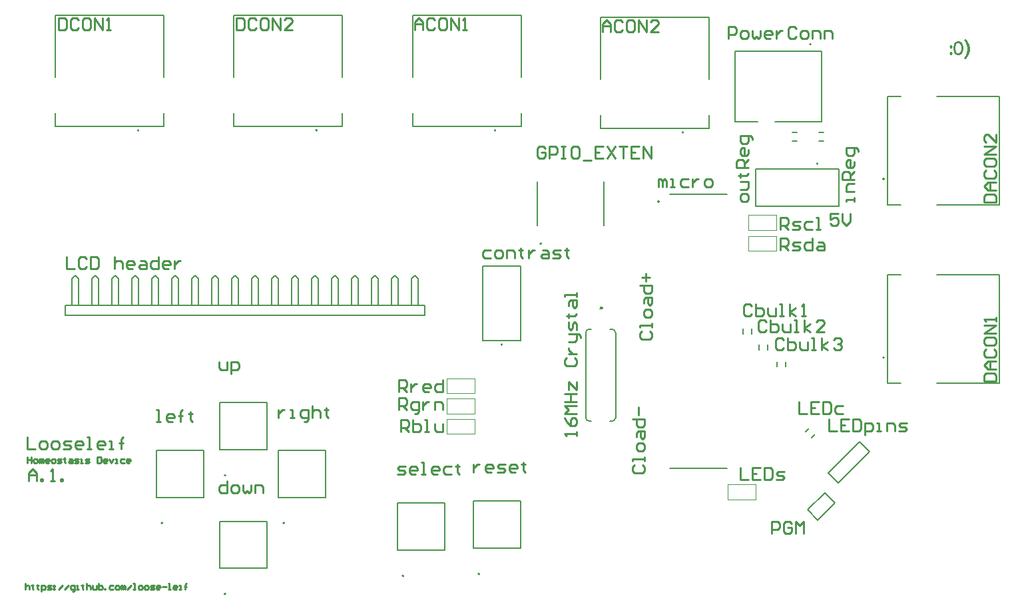
<source format=gto>
G04*
G04 #@! TF.GenerationSoftware,Altium Limited,Altium Designer,22.1.2 (22)*
G04*
G04 Layer_Color=65535*
%FSLAX25Y25*%
%MOIN*%
G70*
G04*
G04 #@! TF.SameCoordinates,2374D94A-E5D5-4E5D-BBDB-F5A8C7ADDA7F*
G04*
G04*
G04 #@! TF.FilePolarity,Positive*
G04*
G01*
G75*
%ADD10C,0.00787*%
%ADD11C,0.01575*%
%ADD12C,0.00500*%
%ADD13C,0.00400*%
%ADD14C,0.00591*%
%ADD15C,0.01000*%
D10*
X405839Y285277D02*
G03*
X405839Y285277I-394J0D01*
G01*
X112839Y69307D02*
G03*
X112839Y69307I-394J0D01*
G01*
X201980Y18941D02*
G03*
X201980Y18941I-394J0D01*
G01*
X142339Y45394D02*
G03*
X142339Y45394I-394J0D01*
G01*
X239980Y19941D02*
G03*
X239980Y19941I-394J0D01*
G01*
X329815Y206500D02*
G03*
X329815Y206500I-394J0D01*
G01*
X81339Y45394D02*
G03*
X81339Y45394I-394J0D01*
G01*
X270933Y185421D02*
G03*
X270933Y185421I-394J0D01*
G01*
X112839Y9894D02*
G03*
X112839Y9894I-394J0D01*
G01*
X158567Y242177D02*
G03*
X158567Y242177I-394J0D01*
G01*
X69304D02*
G03*
X69304Y242177I-394J0D01*
G01*
X442571Y217827D02*
G03*
X442571Y217827I-394J0D01*
G01*
Y128327D02*
G03*
X442571Y128327I-394J0D01*
G01*
X251394Y134831D02*
G03*
X251394Y134831I-394J0D01*
G01*
X342067Y241177D02*
G03*
X342067Y241177I-394J0D01*
G01*
X248067Y242177D02*
G03*
X248067Y242177I-394J0D01*
G01*
X409394Y225500D02*
G03*
X409394Y225500I-394J0D01*
G01*
X409264Y46989D02*
X417811Y55536D01*
X404253Y52000D02*
X409264Y46989D01*
X404253Y52000D02*
X412800Y60547D01*
X417811Y55536D01*
X419429Y65418D02*
X435047Y81036D01*
X414418Y70429D02*
X419429Y65418D01*
X414418Y70429D02*
X430036Y86047D01*
X435047Y81036D01*
X32500Y149500D02*
X205000D01*
X212500D01*
X35833Y154500D02*
Y167833D01*
X37500Y169500D01*
X39167Y167833D01*
Y154500D02*
Y167833D01*
X45833Y154500D02*
Y167833D01*
X47500Y169500D01*
X49167Y167833D01*
Y154500D02*
Y167833D01*
X55833Y154500D02*
Y167833D01*
X57500Y169500D01*
X59167Y167833D01*
Y154500D02*
Y167833D01*
X65833Y154500D02*
Y167833D01*
X67500Y169500D01*
X69167Y167833D01*
Y154500D02*
Y167833D01*
X75833Y154500D02*
Y167833D01*
X77500Y169500D01*
X79167Y167833D01*
Y154500D02*
Y167833D01*
X85833Y154500D02*
Y167833D01*
X87500Y169500D01*
X89167Y167833D01*
Y154500D02*
Y167833D01*
X95833Y154500D02*
Y167833D01*
X97500Y169500D01*
X99167Y167833D01*
Y154500D02*
Y167833D01*
X105833Y154500D02*
Y167833D01*
X107500Y169500D01*
X109167Y167833D01*
Y154500D02*
Y167833D01*
X115833Y154500D02*
Y167833D01*
X117500Y169500D01*
X119167Y167833D01*
Y154500D02*
Y167833D01*
X125833Y154500D02*
Y167833D01*
X127500Y169500D01*
X129167Y167833D01*
Y154500D02*
Y167833D01*
X135833Y154500D02*
Y167833D01*
X137500Y169500D01*
X139167Y167833D01*
Y154500D02*
Y167833D01*
X145833Y154500D02*
Y167833D01*
X147500Y169500D01*
X149167Y167833D01*
Y154500D02*
Y167833D01*
X155833Y154500D02*
Y167833D01*
X157500Y169500D01*
X159167Y167833D01*
Y154500D02*
Y167833D01*
X165833Y154500D02*
Y167833D01*
X167500Y169500D01*
X169167Y167833D01*
Y154500D02*
Y167833D01*
X175833Y154500D02*
Y167833D01*
X177500Y169500D01*
X179167Y167833D01*
Y154500D02*
Y167833D01*
X185833Y154500D02*
Y167833D01*
X187500Y169500D01*
X189167Y167833D01*
Y154500D02*
Y167833D01*
X195833Y154500D02*
Y167833D01*
X197500Y169500D01*
X199167Y167833D01*
Y154500D02*
Y167833D01*
X205833Y154500D02*
Y167833D01*
X207500Y169500D01*
X209167Y167833D01*
Y154500D02*
Y167833D01*
X32500Y149500D02*
Y154500D01*
X212500D01*
Y149500D02*
Y154500D01*
X116835Y244224D02*
X171165D01*
X116835Y299972D02*
X171165D01*
Y244224D02*
Y250760D01*
Y268831D02*
Y299972D01*
X116835Y244224D02*
Y250760D01*
Y268831D02*
Y299972D01*
X27572Y244224D02*
X81903D01*
X27572Y299972D02*
X81903D01*
Y244224D02*
Y250760D01*
Y268831D02*
Y299972D01*
X27572Y244224D02*
Y250760D01*
Y268831D02*
Y299972D01*
X444224Y204835D02*
Y259165D01*
X499972Y204835D02*
Y259165D01*
X444224Y204835D02*
X450760D01*
X468831D02*
X499972D01*
X444224Y259165D02*
X450760D01*
X468831D02*
X499972D01*
X444224Y115335D02*
Y169665D01*
X499972Y115335D02*
Y169665D01*
X444224Y115335D02*
X450760D01*
X468831D02*
X499972D01*
X444224Y169665D02*
X450760D01*
X468831D02*
X499972D01*
X300335Y243224D02*
X354665D01*
X300335Y298972D02*
X354665D01*
Y243224D02*
Y249760D01*
Y267831D02*
Y298972D01*
X300335Y243224D02*
Y249760D01*
Y267831D02*
Y298972D01*
X206335Y244224D02*
X260665D01*
X206335Y299972D02*
X260665D01*
Y244224D02*
Y250760D01*
Y268831D02*
Y299972D01*
X206335Y244224D02*
Y250760D01*
Y268831D02*
Y299972D01*
D11*
X300894Y153161D02*
G03*
X300894Y153161I-197J0D01*
G01*
D12*
X307980Y140760D02*
G03*
X306209Y142532I-1772J0D01*
G01*
X293020Y98240D02*
G03*
X294791Y96469I1772J0D01*
G01*
X306209D02*
G03*
X307980Y98240I0J1772D01*
G01*
X294791Y142532D02*
G03*
X293020Y140760I0J-1772D01*
G01*
X411154Y246497D02*
Y281930D01*
X387925Y246497D02*
X411154D01*
X367846D02*
X379264D01*
X367846D02*
Y281930D01*
X411154D01*
X307980Y98240D02*
Y140760D01*
X305224Y96469D02*
X306209D01*
X294791D02*
X295776D01*
X293020Y98240D02*
Y140760D01*
X294791Y142532D02*
X295776D01*
X305224D02*
X306209D01*
X109689Y82102D02*
Y105724D01*
Y82102D02*
X133311D01*
Y105724D01*
X109689D02*
X133311D01*
X198831Y31736D02*
Y55358D01*
Y31736D02*
X222453D01*
Y55358D01*
X198831D02*
X222453D01*
X139189Y58189D02*
Y81811D01*
Y58189D02*
X162811D01*
Y81811D01*
X139189D02*
X162811D01*
X236831Y32736D02*
Y56358D01*
Y32736D02*
X260453D01*
Y56358D01*
X236831D02*
X260453D01*
X335250Y210220D02*
X363750D01*
X335250Y72780D02*
X363750D01*
X78189Y58189D02*
Y81811D01*
Y58189D02*
X101811D01*
Y81811D01*
X78189D02*
X101811D01*
X268768Y194476D02*
Y216524D01*
X302232Y194476D02*
Y216524D01*
X109689Y22689D02*
Y46311D01*
Y22689D02*
X133311D01*
Y46311D01*
X109689D02*
X133311D01*
X241472Y136740D02*
Y174260D01*
X260488D01*
X241472Y136740D02*
X260488D01*
Y174260D01*
X419748Y204240D02*
Y222744D01*
X378252D02*
X419748D01*
X378252Y204240D02*
Y222744D01*
Y204240D02*
X419748D01*
D13*
X378000Y57300D02*
Y64700D01*
X364000Y57300D02*
X378000D01*
X364000D02*
Y64700D01*
X378000D01*
X374500Y189200D02*
X388500D01*
X374500Y181800D02*
Y189200D01*
Y181800D02*
X388500D01*
Y189200D01*
X374500Y199700D02*
X388500D01*
X374500Y192300D02*
Y199700D01*
Y192300D02*
X388500D01*
Y199700D01*
X223500Y117756D02*
X237500D01*
X223500Y110356D02*
Y117756D01*
Y110356D02*
X237500D01*
Y117756D01*
X223500Y107700D02*
X237500D01*
X223500Y100300D02*
Y107700D01*
Y100300D02*
X237500D01*
Y107700D01*
X223500Y97644D02*
X237500D01*
X223500Y90244D02*
Y97644D01*
Y90244D02*
X237500D01*
Y97644D01*
D14*
X403134Y91196D02*
X404804Y92866D01*
X406196Y88134D02*
X407866Y89804D01*
X396319Y241165D02*
X398681D01*
X396319Y236835D02*
X398681D01*
X409823D02*
X412185D01*
X409823Y241165D02*
X412185D01*
X388835Y123819D02*
Y126181D01*
X393165Y123819D02*
Y126181D01*
X379835Y132319D02*
Y134681D01*
X384165Y132319D02*
Y134681D01*
X371835Y140319D02*
Y142681D01*
X376165Y140319D02*
Y142681D01*
D15*
X374499Y207505D02*
Y209504D01*
X373500Y210504D01*
X371500D01*
X370501Y209504D01*
Y207505D01*
X371500Y206505D01*
X373500D01*
X374499Y207505D01*
X370501Y212503D02*
X373500D01*
X374499Y213503D01*
Y216502D01*
X370501D01*
X369501Y219501D02*
X370501D01*
Y218501D01*
Y220501D01*
Y219501D01*
X373500D01*
X374499Y220501D01*
Y223500D02*
X368501D01*
Y226499D01*
X369501Y227499D01*
X371500D01*
X372500Y226499D01*
Y223500D01*
Y225499D02*
X374499Y227499D01*
Y232497D02*
Y230498D01*
X373500Y229498D01*
X371500D01*
X370501Y230498D01*
Y232497D01*
X371500Y233497D01*
X372500D01*
Y229498D01*
X376499Y237495D02*
Y238495D01*
X375499Y239495D01*
X370501D01*
Y236496D01*
X371500Y235496D01*
X373500D01*
X374499Y236496D01*
Y239495D01*
X475786Y284499D02*
X475500Y284213D01*
X475786Y283927D01*
X476071Y284213D01*
X475786Y284499D01*
Y281071D02*
X475500Y280785D01*
X475786Y280500D01*
X476071Y280785D01*
X475786Y281071D01*
X479099Y286498D02*
X478242Y286213D01*
X477671Y285356D01*
X477385Y283927D01*
Y283070D01*
X477671Y281642D01*
X478242Y280785D01*
X479099Y280500D01*
X479670D01*
X480527Y280785D01*
X481099Y281642D01*
X481385Y283070D01*
Y283927D01*
X481099Y285356D01*
X480527Y286213D01*
X479670Y286498D01*
X479099D01*
X482727Y287641D02*
X483298Y287070D01*
X483870Y286213D01*
X484441Y285070D01*
X484727Y283642D01*
Y282499D01*
X484441Y281071D01*
X483870Y279928D01*
X483298Y279071D01*
X482727Y278500D01*
X483298Y287070D02*
X483870Y285927D01*
X484155Y285070D01*
X484441Y283642D01*
Y282499D01*
X484155Y281071D01*
X483870Y280214D01*
X483298Y279071D01*
X370504Y72999D02*
Y67001D01*
X374502D01*
X380500Y72999D02*
X376502D01*
Y67001D01*
X380500D01*
X376502Y70000D02*
X378501D01*
X382500Y72999D02*
Y67001D01*
X385499D01*
X386498Y68001D01*
Y71999D01*
X385499Y72999D01*
X382500D01*
X388498Y67001D02*
X391497D01*
X392496Y68001D01*
X391497Y69000D01*
X389497D01*
X388498Y70000D01*
X389497Y71000D01*
X392496D01*
X12500Y14999D02*
Y12000D01*
Y13499D01*
X13000Y13999D01*
X13999D01*
X14499Y13499D01*
Y12000D01*
X15999Y14499D02*
Y13999D01*
X15499D01*
X16499D01*
X15999D01*
Y12500D01*
X16499Y12000D01*
X18498Y14499D02*
Y13999D01*
X17998D01*
X18998D01*
X18498D01*
Y12500D01*
X18998Y12000D01*
X20497Y11000D02*
Y13999D01*
X21997D01*
X22497Y13499D01*
Y12500D01*
X21997Y12000D01*
X20497D01*
X23496D02*
X24996D01*
X25496Y12500D01*
X24996Y12999D01*
X23996D01*
X23496Y13499D01*
X23996Y13999D01*
X25496D01*
X26496D02*
X26995D01*
Y13499D01*
X26496D01*
Y13999D01*
Y12500D02*
X26995D01*
Y12000D01*
X26496D01*
Y12500D01*
X28995Y12000D02*
X30994Y13999D01*
X31994Y12000D02*
X33993Y13999D01*
X35992Y11000D02*
X36492D01*
X36992Y11500D01*
Y13999D01*
X35493D01*
X34993Y13499D01*
Y12500D01*
X35493Y12000D01*
X36992D01*
X37992D02*
X38991D01*
X38492D01*
Y13999D01*
X37992D01*
X40991Y14499D02*
Y13999D01*
X40491D01*
X41491D01*
X40991D01*
Y12500D01*
X41491Y12000D01*
X42990Y14999D02*
Y12000D01*
Y13499D01*
X43490Y13999D01*
X44490D01*
X44989Y13499D01*
Y12000D01*
X45989Y13999D02*
Y12500D01*
X46489Y12000D01*
X47989D01*
Y13999D01*
X48988Y14999D02*
Y12000D01*
X50488D01*
X50987Y12500D01*
Y12999D01*
Y13499D01*
X50488Y13999D01*
X48988D01*
X51987Y12000D02*
Y12500D01*
X52487D01*
Y12000D01*
X51987D01*
X56486Y13999D02*
X54986D01*
X54486Y13499D01*
Y12500D01*
X54986Y12000D01*
X56486D01*
X57985D02*
X58985D01*
X59485Y12500D01*
Y13499D01*
X58985Y13999D01*
X57985D01*
X57485Y13499D01*
Y12500D01*
X57985Y12000D01*
X60484D02*
Y13999D01*
X60984D01*
X61484Y13499D01*
Y12000D01*
Y13499D01*
X61984Y13999D01*
X62484Y13499D01*
Y12000D01*
X63484D02*
X65483Y13999D01*
X66483Y12000D02*
X67482D01*
X66982D01*
Y14999D01*
X66483D01*
X69482Y12000D02*
X70481D01*
X70981Y12500D01*
Y13499D01*
X70481Y13999D01*
X69482D01*
X68982Y13499D01*
Y12500D01*
X69482Y12000D01*
X72481D02*
X73480D01*
X73980Y12500D01*
Y13499D01*
X73480Y13999D01*
X72481D01*
X71981Y13499D01*
Y12500D01*
X72481Y12000D01*
X74980D02*
X76479D01*
X76979Y12500D01*
X76479Y12999D01*
X75480D01*
X74980Y13499D01*
X75480Y13999D01*
X76979D01*
X79478Y12000D02*
X78479D01*
X77979Y12500D01*
Y13499D01*
X78479Y13999D01*
X79478D01*
X79978Y13499D01*
Y12999D01*
X77979D01*
X80978Y13499D02*
X82977D01*
X83977Y12000D02*
X84977D01*
X84477D01*
Y14999D01*
X83977D01*
X87976Y12000D02*
X86976D01*
X86476Y12500D01*
Y13499D01*
X86976Y13999D01*
X87976D01*
X88475Y13499D01*
Y12999D01*
X86476D01*
X89475Y12000D02*
X90475D01*
X89975D01*
Y13999D01*
X89475D01*
X92474Y12000D02*
Y14499D01*
Y13499D01*
X91974D01*
X92974D01*
X92474D01*
Y14499D01*
X92974Y14999D01*
X14000Y66500D02*
Y70499D01*
X15999Y72498D01*
X17999Y70499D01*
Y66500D01*
Y69499D01*
X14000D01*
X19998Y66500D02*
Y67500D01*
X20998D01*
Y66500D01*
X19998D01*
X24996D02*
X26996D01*
X25996D01*
Y72498D01*
X24996Y71498D01*
X29995Y66500D02*
Y67500D01*
X30994D01*
Y66500D01*
X29995D01*
X13500Y78499D02*
Y75500D01*
Y76999D01*
X15499D01*
Y78499D01*
Y75500D01*
X16999D02*
X17999D01*
X18498Y76000D01*
Y76999D01*
X17999Y77499D01*
X16999D01*
X16499Y76999D01*
Y76000D01*
X16999Y75500D01*
X19498D02*
Y77499D01*
X19998D01*
X20498Y76999D01*
Y75500D01*
Y76999D01*
X20998Y77499D01*
X21497Y76999D01*
Y75500D01*
X23997D02*
X22997D01*
X22497Y76000D01*
Y76999D01*
X22997Y77499D01*
X23997D01*
X24496Y76999D01*
Y76500D01*
X22497D01*
X25996Y75500D02*
X26996D01*
X27496Y76000D01*
Y76999D01*
X26996Y77499D01*
X25996D01*
X25496Y76999D01*
Y76000D01*
X25996Y75500D01*
X28495D02*
X29995D01*
X30494Y76000D01*
X29995Y76500D01*
X28995D01*
X28495Y76999D01*
X28995Y77499D01*
X30494D01*
X31994Y77999D02*
Y77499D01*
X31494D01*
X32494D01*
X31994D01*
Y76000D01*
X32494Y75500D01*
X34493Y77499D02*
X35493D01*
X35993Y76999D01*
Y75500D01*
X34493D01*
X33993Y76000D01*
X34493Y76500D01*
X35993D01*
X36992Y75500D02*
X38492D01*
X38992Y76000D01*
X38492Y76500D01*
X37492D01*
X36992Y76999D01*
X37492Y77499D01*
X38992D01*
X39991Y75500D02*
X40991D01*
X40491D01*
Y77499D01*
X39991D01*
X42491Y75500D02*
X43990D01*
X44490Y76000D01*
X43990Y76500D01*
X42990D01*
X42491Y76999D01*
X42990Y77499D01*
X44490D01*
X48489Y78499D02*
Y75500D01*
X49988D01*
X50488Y76000D01*
Y77999D01*
X49988Y78499D01*
X48489D01*
X52987Y75500D02*
X51987D01*
X51488Y76000D01*
Y76999D01*
X51987Y77499D01*
X52987D01*
X53487Y76999D01*
Y76500D01*
X51488D01*
X54487Y77499D02*
X55486Y75500D01*
X56486Y77499D01*
X57486Y75500D02*
X58486D01*
X57986D01*
Y77499D01*
X57486D01*
X61984D02*
X60485D01*
X59985Y76999D01*
Y76000D01*
X60485Y75500D01*
X61984D01*
X64483D02*
X63484D01*
X62984Y76000D01*
Y76999D01*
X63484Y77499D01*
X64483D01*
X64983Y76999D01*
Y76500D01*
X62984D01*
X13500Y88498D02*
Y82500D01*
X17499D01*
X20498D02*
X22497D01*
X23497Y83500D01*
Y85499D01*
X22497Y86499D01*
X20498D01*
X19498Y85499D01*
Y83500D01*
X20498Y82500D01*
X26496D02*
X28495D01*
X29495Y83500D01*
Y85499D01*
X28495Y86499D01*
X26496D01*
X25496Y85499D01*
Y83500D01*
X26496Y82500D01*
X31494D02*
X34493D01*
X35493Y83500D01*
X34493Y84499D01*
X32494D01*
X31494Y85499D01*
X32494Y86499D01*
X35493D01*
X40491Y82500D02*
X38492D01*
X37492Y83500D01*
Y85499D01*
X38492Y86499D01*
X40491D01*
X41491Y85499D01*
Y84499D01*
X37492D01*
X43490Y82500D02*
X45490D01*
X44490D01*
Y88498D01*
X43490D01*
X51488Y82500D02*
X49488D01*
X48489Y83500D01*
Y85499D01*
X49488Y86499D01*
X51488D01*
X52487Y85499D01*
Y84499D01*
X48489D01*
X54487Y82500D02*
X56486D01*
X55486D01*
Y86499D01*
X54487D01*
X60485Y82500D02*
Y87498D01*
Y85499D01*
X59485D01*
X61484D01*
X60485D01*
Y87498D01*
X61484Y88498D01*
X399800Y106198D02*
Y100200D01*
X403799D01*
X409797Y106198D02*
X405798D01*
Y100200D01*
X409797D01*
X405798Y103199D02*
X407797D01*
X411796Y106198D02*
Y100200D01*
X414795D01*
X415795Y101200D01*
Y105198D01*
X414795Y106198D01*
X411796D01*
X421793Y104199D02*
X418794D01*
X417794Y103199D01*
Y101200D01*
X418794Y100200D01*
X421793D01*
X414900Y97598D02*
Y91600D01*
X418899D01*
X424897Y97598D02*
X420898D01*
Y91600D01*
X424897D01*
X420898Y94599D02*
X422897D01*
X426896Y97598D02*
Y91600D01*
X429895D01*
X430895Y92600D01*
Y96598D01*
X429895Y97598D01*
X426896D01*
X432894Y89601D02*
Y95599D01*
X435893D01*
X436893Y94599D01*
Y92600D01*
X435893Y91600D01*
X432894D01*
X438892D02*
X440892D01*
X439892D01*
Y95599D01*
X438892D01*
X443891Y91600D02*
Y95599D01*
X446890D01*
X447889Y94599D01*
Y91600D01*
X449889D02*
X452888D01*
X453887Y92600D01*
X452888Y93599D01*
X450888D01*
X449889Y94599D01*
X450888Y95599D01*
X453887D01*
X364508Y288001D02*
Y293999D01*
X367507D01*
X368507Y292999D01*
Y291000D01*
X367507Y290000D01*
X364508D01*
X371506Y288001D02*
X373505D01*
X374505Y289001D01*
Y291000D01*
X373505Y292000D01*
X371506D01*
X370507Y291000D01*
Y289001D01*
X371506Y288001D01*
X376504Y292000D02*
Y289001D01*
X377504Y288001D01*
X378504Y289001D01*
X379504Y288001D01*
X380503Y289001D01*
Y292000D01*
X385502Y288001D02*
X383502D01*
X382503Y289001D01*
Y291000D01*
X383502Y292000D01*
X385502D01*
X386501Y291000D01*
Y290000D01*
X382503D01*
X388501Y292000D02*
Y288001D01*
Y290000D01*
X389500Y291000D01*
X390500Y292000D01*
X391500D01*
X398497Y292999D02*
X397498Y293999D01*
X395498D01*
X394499Y292999D01*
Y289001D01*
X395498Y288001D01*
X397498D01*
X398497Y289001D01*
X401497Y288001D02*
X403496D01*
X404495Y289001D01*
Y291000D01*
X403496Y292000D01*
X401497D01*
X400497Y291000D01*
Y289001D01*
X401497Y288001D01*
X406495D02*
Y292000D01*
X409494D01*
X410494Y291000D01*
Y288001D01*
X412493D02*
Y292000D01*
X415492D01*
X416492Y291000D01*
Y288001D01*
X109600Y125999D02*
Y123000D01*
X110600Y122000D01*
X113599D01*
Y125999D01*
X115598Y120001D02*
Y125999D01*
X118597D01*
X119597Y124999D01*
Y123000D01*
X118597Y122000D01*
X115598D01*
X198700Y69700D02*
X201699D01*
X202699Y70700D01*
X201699Y71699D01*
X199700D01*
X198700Y72699D01*
X199700Y73699D01*
X202699D01*
X207697Y69700D02*
X205698D01*
X204698Y70700D01*
Y72699D01*
X205698Y73699D01*
X207697D01*
X208697Y72699D01*
Y71699D01*
X204698D01*
X210696Y69700D02*
X212696D01*
X211696D01*
Y75698D01*
X210696D01*
X218693Y69700D02*
X216694D01*
X215694Y70700D01*
Y72699D01*
X216694Y73699D01*
X218693D01*
X219693Y72699D01*
Y71699D01*
X215694D01*
X225691Y73699D02*
X222692D01*
X221693Y72699D01*
Y70700D01*
X222692Y69700D01*
X225691D01*
X228690Y74698D02*
Y73699D01*
X227691D01*
X229690D01*
X228690D01*
Y70700D01*
X229690Y69700D01*
X390504Y182001D02*
Y187999D01*
X393503D01*
X394502Y186999D01*
Y185000D01*
X393503Y184000D01*
X390504D01*
X392503D02*
X394502Y182001D01*
X396502D02*
X399501D01*
X400500Y183001D01*
X399501Y184000D01*
X397501D01*
X396502Y185000D01*
X397501Y186000D01*
X400500D01*
X406498Y187999D02*
Y182001D01*
X403499D01*
X402500Y183001D01*
Y185000D01*
X403499Y186000D01*
X406498D01*
X409497D02*
X411497D01*
X412497Y185000D01*
Y182001D01*
X409497D01*
X408498Y183001D01*
X409497Y184000D01*
X412497D01*
X390503Y192501D02*
Y198499D01*
X393502D01*
X394502Y197499D01*
Y195500D01*
X393502Y194500D01*
X390503D01*
X392503D02*
X394502Y192501D01*
X396501D02*
X399500D01*
X400500Y193501D01*
X399500Y194500D01*
X397501D01*
X396501Y195500D01*
X397501Y196500D01*
X400500D01*
X406498D02*
X403499D01*
X402499Y195500D01*
Y193501D01*
X403499Y192501D01*
X406498D01*
X408497D02*
X410497D01*
X409497D01*
Y198499D01*
X408497D01*
X199504Y111001D02*
Y116999D01*
X202503D01*
X203502Y115999D01*
Y114000D01*
X202503Y113000D01*
X199504D01*
X201503D02*
X203502Y111001D01*
X205502Y115000D02*
Y111001D01*
Y113000D01*
X206501Y114000D01*
X207501Y115000D01*
X208501D01*
X214499Y111001D02*
X212499D01*
X211500Y112001D01*
Y114000D01*
X212499Y115000D01*
X214499D01*
X215498Y114000D01*
Y113000D01*
X211500D01*
X221497Y116999D02*
Y111001D01*
X218497D01*
X217498Y112001D01*
Y114000D01*
X218497Y115000D01*
X221497D01*
X139100Y102099D02*
Y98100D01*
Y100099D01*
X140100Y101099D01*
X141099Y102099D01*
X142099D01*
X145098Y98100D02*
X147097D01*
X146098D01*
Y102099D01*
X145098D01*
X152096Y96101D02*
X153095D01*
X154095Y97100D01*
Y102099D01*
X151096D01*
X150096Y101099D01*
Y99100D01*
X151096Y98100D01*
X154095D01*
X156095Y104098D02*
Y98100D01*
Y101099D01*
X157094Y102099D01*
X159093D01*
X160093Y101099D01*
Y98100D01*
X163092Y103098D02*
Y102099D01*
X162093D01*
X164092D01*
X163092D01*
Y99100D01*
X164092Y98100D01*
X199504Y102001D02*
Y107999D01*
X202503D01*
X203502Y106999D01*
Y105000D01*
X202503Y104000D01*
X199504D01*
X201503D02*
X203502Y102001D01*
X207501Y100001D02*
X208501D01*
X209500Y101001D01*
Y105999D01*
X206501D01*
X205502Y105000D01*
Y103000D01*
X206501Y102001D01*
X209500D01*
X211500Y105999D02*
Y102001D01*
Y104000D01*
X212499Y105000D01*
X213499Y105999D01*
X214499D01*
X217498Y102001D02*
Y105999D01*
X220497D01*
X221497Y105000D01*
Y102001D01*
X236700Y74699D02*
Y70700D01*
Y72699D01*
X237700Y73699D01*
X238699Y74699D01*
X239699D01*
X245697Y70700D02*
X243698D01*
X242698Y71700D01*
Y73699D01*
X243698Y74699D01*
X245697D01*
X246697Y73699D01*
Y72699D01*
X242698D01*
X248696Y70700D02*
X251695D01*
X252695Y71700D01*
X251695Y72699D01*
X249696D01*
X248696Y73699D01*
X249696Y74699D01*
X252695D01*
X257693Y70700D02*
X255694D01*
X254694Y71700D01*
Y73699D01*
X255694Y74699D01*
X257693D01*
X258693Y73699D01*
Y72699D01*
X254694D01*
X261692Y75698D02*
Y74699D01*
X260692D01*
X262692D01*
X261692D01*
Y71700D01*
X262692Y70700D01*
X200503Y91001D02*
Y96999D01*
X203502D01*
X204502Y95999D01*
Y94000D01*
X203502Y93000D01*
X200503D01*
X202503D02*
X204502Y91001D01*
X206502Y96999D02*
Y91001D01*
X209501D01*
X210500Y92001D01*
Y93000D01*
Y94000D01*
X209501Y95000D01*
X206502D01*
X212499Y91001D02*
X214499D01*
X213499D01*
Y96999D01*
X212499D01*
X217498Y95000D02*
Y92001D01*
X218498Y91001D01*
X221497D01*
Y95000D01*
X386003Y40001D02*
Y45999D01*
X389002D01*
X390001Y44999D01*
Y43000D01*
X389002Y42000D01*
X386003D01*
X395999Y44999D02*
X395000Y45999D01*
X393000D01*
X392001Y44999D01*
Y41001D01*
X393000Y40001D01*
X395000D01*
X395999Y41001D01*
Y43000D01*
X394000D01*
X397999Y40001D02*
Y45999D01*
X399998Y44000D01*
X401997Y45999D01*
Y40001D01*
X329600Y213800D02*
Y217799D01*
X330600D01*
X331599Y216799D01*
Y213800D01*
Y216799D01*
X332599Y217799D01*
X333599Y216799D01*
Y213800D01*
X335598D02*
X337597D01*
X336598D01*
Y217799D01*
X335598D01*
X344595D02*
X341596D01*
X340596Y216799D01*
Y214800D01*
X341596Y213800D01*
X344595D01*
X346595Y217799D02*
Y213800D01*
Y215799D01*
X347594Y216799D01*
X348594Y217799D01*
X349593D01*
X353592Y213800D02*
X355592D01*
X356591Y214800D01*
Y216799D01*
X355592Y217799D01*
X353592D01*
X352593Y216799D01*
Y214800D01*
X353592Y213800D01*
X78100Y96100D02*
X80099D01*
X79100D01*
Y102098D01*
X78100D01*
X86097Y96100D02*
X84098D01*
X83098Y97100D01*
Y99099D01*
X84098Y100099D01*
X86097D01*
X87097Y99099D01*
Y98099D01*
X83098D01*
X90096Y96100D02*
Y101098D01*
Y99099D01*
X89096D01*
X91096D01*
X90096D01*
Y101098D01*
X91096Y102098D01*
X95095Y101098D02*
Y100099D01*
X94095D01*
X96094D01*
X95095D01*
Y97100D01*
X96094Y96100D01*
X33100Y178898D02*
Y172900D01*
X37099D01*
X43097Y177898D02*
X42097Y178898D01*
X40098D01*
X39098Y177898D01*
Y173900D01*
X40098Y172900D01*
X42097D01*
X43097Y173900D01*
X45096Y178898D02*
Y172900D01*
X48095D01*
X49095Y173900D01*
Y177898D01*
X48095Y178898D01*
X45096D01*
X57092D02*
Y172900D01*
Y175899D01*
X58092Y176899D01*
X60091D01*
X61091Y175899D01*
Y172900D01*
X66089D02*
X64090D01*
X63090Y173900D01*
Y175899D01*
X64090Y176899D01*
X66089D01*
X67089Y175899D01*
Y174899D01*
X63090D01*
X70088Y176899D02*
X72087D01*
X73087Y175899D01*
Y172900D01*
X70088D01*
X69088Y173900D01*
X70088Y174899D01*
X73087D01*
X79085Y178898D02*
Y172900D01*
X76086D01*
X75086Y173900D01*
Y175899D01*
X76086Y176899D01*
X79085D01*
X84083Y172900D02*
X82084D01*
X81085Y173900D01*
Y175899D01*
X82084Y176899D01*
X84083D01*
X85083Y175899D01*
Y174899D01*
X81085D01*
X87082Y176899D02*
Y172900D01*
Y174899D01*
X88082Y175899D01*
X89082Y176899D01*
X90082D01*
X427499Y206504D02*
Y208504D01*
Y207504D01*
X423501D01*
Y206504D01*
X427499Y211503D02*
X423501D01*
Y214502D01*
X424500Y215501D01*
X427499D01*
Y217501D02*
X421501D01*
Y220500D01*
X422501Y221499D01*
X424500D01*
X425500Y220500D01*
Y217501D01*
Y219500D02*
X427499Y221499D01*
Y226498D02*
Y224499D01*
X426500Y223499D01*
X424500D01*
X423501Y224499D01*
Y226498D01*
X424500Y227498D01*
X425500D01*
Y223499D01*
X429499Y231496D02*
Y232496D01*
X428499Y233496D01*
X423501D01*
Y230497D01*
X424500Y229497D01*
X426500D01*
X427499Y230497D01*
Y233496D01*
X272699Y233098D02*
X271699Y234098D01*
X269700D01*
X268700Y233098D01*
Y229100D01*
X269700Y228100D01*
X271699D01*
X272699Y229100D01*
Y231099D01*
X270699D01*
X274698Y228100D02*
Y234098D01*
X277697D01*
X278697Y233098D01*
Y231099D01*
X277697Y230099D01*
X274698D01*
X280696Y234098D02*
X282696D01*
X281696D01*
Y228100D01*
X280696D01*
X282696D01*
X288693Y234098D02*
X286694D01*
X285695Y233098D01*
Y229100D01*
X286694Y228100D01*
X288693D01*
X289693Y229100D01*
Y233098D01*
X288693Y234098D01*
X291693Y227100D02*
X295691D01*
X301689Y234098D02*
X297691D01*
Y228100D01*
X301689D01*
X297691Y231099D02*
X299690D01*
X303689Y234098D02*
X307687Y228100D01*
Y234098D02*
X303689Y228100D01*
X309687Y234098D02*
X313685D01*
X311686D01*
Y228100D01*
X319684Y234098D02*
X315685D01*
Y228100D01*
X319684D01*
X315685Y231099D02*
X317684D01*
X321683Y228100D02*
Y234098D01*
X325682Y228100D01*
Y234098D01*
X113599Y66598D02*
Y60600D01*
X110600D01*
X109600Y61600D01*
Y63599D01*
X110600Y64599D01*
X113599D01*
X116598Y60600D02*
X118597D01*
X119597Y61600D01*
Y63599D01*
X118597Y64599D01*
X116598D01*
X115598Y63599D01*
Y61600D01*
X116598Y60600D01*
X121596Y64599D02*
Y61600D01*
X122596Y60600D01*
X123595Y61600D01*
X124595Y60600D01*
X125595Y61600D01*
Y64599D01*
X127594Y60600D02*
Y64599D01*
X130593D01*
X131593Y63599D01*
Y60600D01*
X118005Y298499D02*
Y292501D01*
X121004D01*
X122003Y293501D01*
Y297499D01*
X121004Y298499D01*
X118005D01*
X128001Y297499D02*
X127002Y298499D01*
X125002D01*
X124003Y297499D01*
Y293501D01*
X125002Y292501D01*
X127002D01*
X128001Y293501D01*
X133000Y298499D02*
X131000D01*
X130001Y297499D01*
Y293501D01*
X131000Y292501D01*
X133000D01*
X133999Y293501D01*
Y297499D01*
X133000Y298499D01*
X135999Y292501D02*
Y298499D01*
X139997Y292501D01*
Y298499D01*
X145995Y292501D02*
X141997D01*
X145995Y296500D01*
Y297499D01*
X144996Y298499D01*
X142997D01*
X141997Y297499D01*
X29004Y298499D02*
Y292501D01*
X32003D01*
X33003Y293501D01*
Y297499D01*
X32003Y298499D01*
X29004D01*
X39001Y297499D02*
X38001Y298499D01*
X36002D01*
X35002Y297499D01*
Y293501D01*
X36002Y292501D01*
X38001D01*
X39001Y293501D01*
X43999Y298499D02*
X42000D01*
X41000Y297499D01*
Y293501D01*
X42000Y292501D01*
X43999D01*
X44999Y293501D01*
Y297499D01*
X43999Y298499D01*
X46998Y292501D02*
Y298499D01*
X50997Y292501D01*
Y298499D01*
X52996Y292501D02*
X54996D01*
X53996D01*
Y298499D01*
X52996Y297499D01*
X492501Y206006D02*
X498499D01*
Y209004D01*
X497499Y210004D01*
X493501D01*
X492501Y209004D01*
Y206006D01*
X498499Y212004D02*
X494500D01*
X492501Y214003D01*
X494500Y216002D01*
X498499D01*
X495500D01*
Y212004D01*
X493501Y222000D02*
X492501Y221001D01*
Y219001D01*
X493501Y218002D01*
X497499D01*
X498499Y219001D01*
Y221001D01*
X497499Y222000D01*
X492501Y226999D02*
Y224999D01*
X493501Y224000D01*
X497499D01*
X498499Y224999D01*
Y226999D01*
X497499Y227998D01*
X493501D01*
X492501Y226999D01*
X498499Y229998D02*
X492501D01*
X498499Y233997D01*
X492501D01*
X498499Y239995D02*
Y235996D01*
X494500Y239995D01*
X493501D01*
X492501Y238995D01*
Y236996D01*
X493501Y235996D01*
X492501Y116505D02*
X498499D01*
Y119504D01*
X497499Y120504D01*
X493501D01*
X492501Y119504D01*
Y116505D01*
X498499Y122503D02*
X494500D01*
X492501Y124503D01*
X494500Y126502D01*
X498499D01*
X495500D01*
Y122503D01*
X493501Y132500D02*
X492501Y131500D01*
Y129501D01*
X493501Y128501D01*
X497499D01*
X498499Y129501D01*
Y131500D01*
X497499Y132500D01*
X492501Y137498D02*
Y135499D01*
X493501Y134499D01*
X497499D01*
X498499Y135499D01*
Y137498D01*
X497499Y138498D01*
X493501D01*
X492501Y137498D01*
X498499Y140497D02*
X492501D01*
X498499Y144496D01*
X492501D01*
X498499Y146495D02*
Y148495D01*
Y147495D01*
X492501D01*
X493501Y146495D01*
X245399Y182299D02*
X242400D01*
X241400Y181299D01*
Y179300D01*
X242400Y178300D01*
X245399D01*
X248398D02*
X250397D01*
X251397Y179300D01*
Y181299D01*
X250397Y182299D01*
X248398D01*
X247398Y181299D01*
Y179300D01*
X248398Y178300D01*
X253396D02*
Y182299D01*
X256395D01*
X257395Y181299D01*
Y178300D01*
X260394Y183298D02*
Y182299D01*
X259394D01*
X261393D01*
X260394D01*
Y179300D01*
X261393Y178300D01*
X264393Y182299D02*
Y178300D01*
Y180299D01*
X265392Y181299D01*
X266392Y182299D01*
X267392D01*
X271390D02*
X273390D01*
X274389Y181299D01*
Y178300D01*
X271390D01*
X270391Y179300D01*
X271390Y180299D01*
X274389D01*
X276389Y178300D02*
X279388D01*
X280387Y179300D01*
X279388Y180299D01*
X277388D01*
X276389Y181299D01*
X277388Y182299D01*
X280387D01*
X283386Y183298D02*
Y182299D01*
X282387D01*
X284386D01*
X283386D01*
Y179300D01*
X284386Y178300D01*
X317501Y74504D02*
X316501Y73504D01*
Y71505D01*
X317501Y70505D01*
X321499D01*
X322499Y71505D01*
Y73504D01*
X321499Y74504D01*
X322499Y76503D02*
Y78503D01*
Y77503D01*
X316501D01*
Y76503D01*
X322499Y82502D02*
Y84501D01*
X321499Y85501D01*
X319500D01*
X318500Y84501D01*
Y82502D01*
X319500Y81502D01*
X321499D01*
X322499Y82502D01*
X318500Y88499D02*
Y90499D01*
X319500Y91499D01*
X322499D01*
Y88499D01*
X321499Y87500D01*
X320500Y88499D01*
Y91499D01*
X316501Y97497D02*
X322499D01*
Y94498D01*
X321499Y93498D01*
X319500D01*
X318500Y94498D01*
Y97497D01*
X319500Y99496D02*
Y103495D01*
X321001Y141504D02*
X320001Y140504D01*
Y138505D01*
X321001Y137505D01*
X324999D01*
X325999Y138505D01*
Y140504D01*
X324999Y141504D01*
X325999Y143503D02*
Y145503D01*
Y144503D01*
X320001D01*
Y143503D01*
X325999Y149502D02*
Y151501D01*
X324999Y152500D01*
X323000D01*
X322000Y151501D01*
Y149502D01*
X323000Y148502D01*
X324999D01*
X325999Y149502D01*
X322000Y155499D02*
Y157499D01*
X323000Y158499D01*
X325999D01*
Y155499D01*
X324999Y154500D01*
X324000Y155499D01*
Y158499D01*
X320001Y164497D02*
X325999D01*
Y161498D01*
X324999Y160498D01*
X323000D01*
X322000Y161498D01*
Y164497D01*
X323000Y166496D02*
Y170495D01*
X321001Y168495D02*
X324999D01*
X392004Y136999D02*
X391004Y137999D01*
X389005D01*
X388005Y136999D01*
Y133001D01*
X389005Y132001D01*
X391004D01*
X392004Y133001D01*
X394003Y137999D02*
Y132001D01*
X397002D01*
X398002Y133001D01*
Y134000D01*
Y135000D01*
X397002Y136000D01*
X394003D01*
X400001D02*
Y133001D01*
X401001Y132001D01*
X404000D01*
Y136000D01*
X406000Y132001D02*
X407999D01*
X406999D01*
Y137999D01*
X406000D01*
X410998Y132001D02*
Y137999D01*
Y134000D02*
X413997Y136000D01*
X410998Y134000D02*
X413997Y132001D01*
X416996Y136999D02*
X417996Y137999D01*
X419995D01*
X420995Y136999D01*
Y136000D01*
X419995Y135000D01*
X418995D01*
X419995D01*
X420995Y134000D01*
Y133001D01*
X419995Y132001D01*
X417996D01*
X416996Y133001D01*
X383504Y145999D02*
X382504Y146999D01*
X380505D01*
X379505Y145999D01*
Y142001D01*
X380505Y141001D01*
X382504D01*
X383504Y142001D01*
X385503Y146999D02*
Y141001D01*
X388502D01*
X389502Y142001D01*
Y143000D01*
Y144000D01*
X388502Y145000D01*
X385503D01*
X391501D02*
Y142001D01*
X392501Y141001D01*
X395500D01*
Y145000D01*
X397499Y141001D02*
X399499D01*
X398499D01*
Y146999D01*
X397499D01*
X402498Y141001D02*
Y146999D01*
Y143000D02*
X405497Y145000D01*
X402498Y143000D02*
X405497Y141001D01*
X412495D02*
X408496D01*
X412495Y145000D01*
Y145999D01*
X411495Y146999D01*
X409496D01*
X408496Y145999D01*
X376004Y153999D02*
X375004Y154999D01*
X373005D01*
X372005Y153999D01*
Y150001D01*
X373005Y149001D01*
X375004D01*
X376004Y150001D01*
X378003Y154999D02*
Y149001D01*
X381002D01*
X382002Y150001D01*
Y151000D01*
Y152000D01*
X381002Y153000D01*
X378003D01*
X384001D02*
Y150001D01*
X385001Y149001D01*
X388000D01*
Y153000D01*
X389999Y149001D02*
X391999D01*
X390999D01*
Y154999D01*
X389999D01*
X394998Y149001D02*
Y154999D01*
Y151000D02*
X397997Y153000D01*
X394998Y151000D02*
X397997Y149001D01*
X400996D02*
X402995D01*
X401995D01*
Y154999D01*
X400996Y153999D01*
X301504Y291501D02*
Y295500D01*
X303504Y297499D01*
X305503Y295500D01*
Y291501D01*
Y294500D01*
X301504D01*
X311501Y296499D02*
X310502Y297499D01*
X308502D01*
X307503Y296499D01*
Y292501D01*
X308502Y291501D01*
X310502D01*
X311501Y292501D01*
X316500Y297499D02*
X314500D01*
X313501Y296499D01*
Y292501D01*
X314500Y291501D01*
X316500D01*
X317499Y292501D01*
Y296499D01*
X316500Y297499D01*
X319499Y291501D02*
Y297499D01*
X323497Y291501D01*
Y297499D01*
X329496Y291501D02*
X325497D01*
X329496Y295500D01*
Y296499D01*
X328496Y297499D01*
X326497D01*
X325497Y296499D01*
X207504Y292501D02*
Y296500D01*
X209504Y298499D01*
X211503Y296500D01*
Y292501D01*
Y295500D01*
X207504D01*
X217501Y297499D02*
X216501Y298499D01*
X214502D01*
X213502Y297499D01*
Y293501D01*
X214502Y292501D01*
X216501D01*
X217501Y293501D01*
X222499Y298499D02*
X220500D01*
X219500Y297499D01*
Y293501D01*
X220500Y292501D01*
X222499D01*
X223499Y293501D01*
Y297499D01*
X222499Y298499D01*
X225498Y292501D02*
Y298499D01*
X229497Y292501D01*
Y298499D01*
X231497Y292501D02*
X233496D01*
X232496D01*
Y298499D01*
X231497Y297499D01*
X288499Y89012D02*
Y91011D01*
Y90011D01*
X282501D01*
X283501Y89012D01*
X282501Y98009D02*
X283501Y96009D01*
X285500Y94010D01*
X287500D01*
X288499Y95010D01*
Y97009D01*
X287500Y98009D01*
X286500D01*
X285500Y97009D01*
Y94010D01*
X288499Y100008D02*
X282501D01*
X284501Y102007D01*
X282501Y104007D01*
X288499D01*
X282501Y106006D02*
X288499D01*
X285500D01*
Y110005D01*
X282501D01*
X288499D01*
X284501Y112004D02*
Y116003D01*
X288499Y112004D01*
Y116003D01*
X283501Y127999D02*
X282501Y126999D01*
Y125000D01*
X283501Y124000D01*
X287500D01*
X288499Y125000D01*
Y126999D01*
X287500Y127999D01*
X284501Y129998D02*
X288499D01*
X286500D01*
X285500Y130998D01*
X284501Y131998D01*
Y132997D01*
Y135996D02*
X287500D01*
X288499Y136996D01*
Y139995D01*
X289499D01*
X290499Y138996D01*
Y137996D01*
X288499Y139995D02*
X284501D01*
X288499Y141995D02*
Y144993D01*
X287500Y145993D01*
X286500Y144993D01*
Y142994D01*
X285500Y141995D01*
X284501Y142994D01*
Y145993D01*
X283501Y148992D02*
X284501D01*
Y147993D01*
Y149992D01*
Y148992D01*
X287500D01*
X288499Y149992D01*
X284501Y153991D02*
Y155990D01*
X285500Y156990D01*
X288499D01*
Y153991D01*
X287500Y152991D01*
X286500Y153991D01*
Y156990D01*
X288499Y158989D02*
Y160988D01*
Y159989D01*
X282501D01*
Y158989D01*
X419500Y200499D02*
X415502D01*
Y197500D01*
X417501Y198500D01*
X418501D01*
X419500Y197500D01*
Y195501D01*
X418501Y194501D01*
X416501D01*
X415502Y195501D01*
X421500Y200499D02*
Y196500D01*
X423499Y194501D01*
X425498Y196500D01*
Y200499D01*
M02*

</source>
